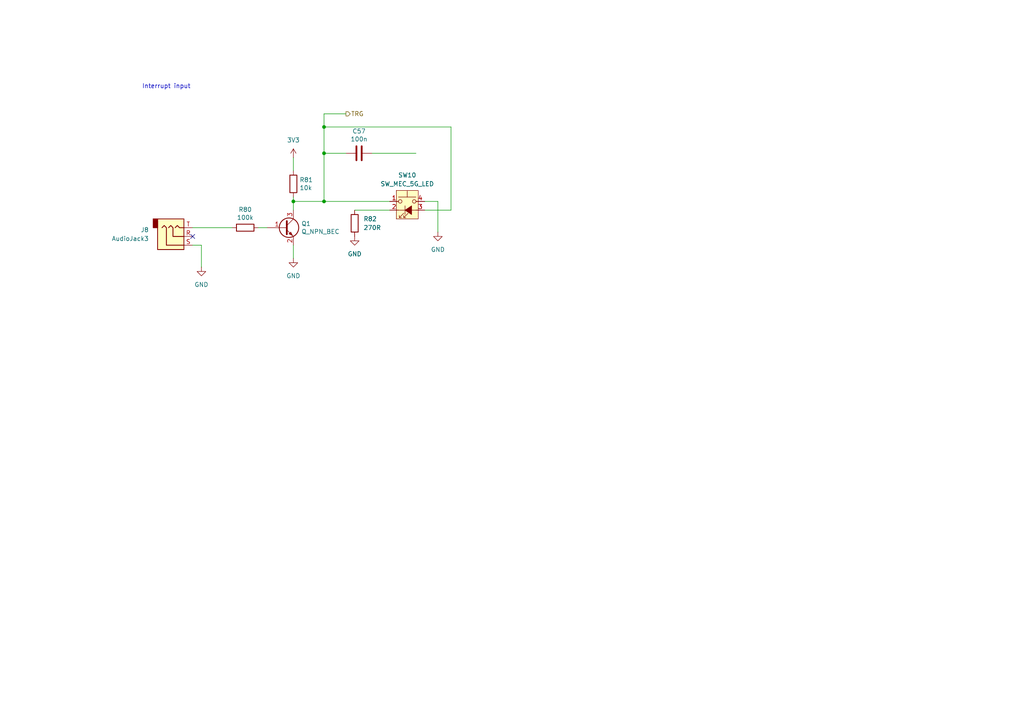
<source format=kicad_sch>
(kicad_sch (version 20231120) (generator "eeschema") (generator_version "8.0")
  (paper "A4")
  (lib_symbols
    (symbol "Connector_Audio:AudioJack3"
      (property "Reference" "J" (at 0 8.89 0))
      (property "Value" "AudioJack3" (at 0 6.35 0))
      (symbol "AudioJack3_0_1"
        (rectangle (start -5.08 -5.08) (end -6.35 -2.54) (stroke (width 0.254)) (fill (type outline)))
        (polyline (pts (xy 0 -2.54) (xy 0.635 -3.175) (xy 1.27 -2.54) (xy 2.54 -2.54)) (stroke (width 0.254)))
        (polyline (pts (xy -1.905 -2.54) (xy -1.27 -3.175) (xy -0.635 -2.54) (xy -0.635 0) (xy 2.54 0)) (stroke (width 0.254)))
        (polyline (pts (xy 2.54 2.54) (xy -2.54 2.54) (xy -2.54 -2.54) (xy -3.175 -3.175) (xy -3.81 -2.54)) (stroke (width 0.254)))
        (rectangle (start 2.54 3.81) (end -5.08 -5.08) (stroke (width 0.254)) (fill (type background)))
      )
      (symbol "AudioJack3_1_1"
        (pin passive line (at 5.08 0 180) (length 2.54) (name "~") (number "R"))
        (pin passive line (at 5.08 2.54 180) (length 2.54) (name "~") (number "S"))
        (pin passive line (at 5.08 -2.54 180) (length 2.54) (name "~") (number "T"))
      )
    )
    (symbol "Device:C" (pin_numbers hide) (pin_names (offset 0.254))
      (property "Reference" "C" (at 0.635 2.54 0))
      (property "Value" "C" (at 0.635 -2.54 0))
      (symbol "C_0_1"
        (polyline (pts (xy -2.032 -0.762) (xy 2.032 -0.762)) (stroke (width 0.508)))
        (polyline (pts (xy -2.032 0.762) (xy 2.032 0.762)) (stroke (width 0.508)))
      )
      (symbol "C_1_1"
        (pin passive line (at 0 3.81 270) (length 2.794) (name "~") (number "1"))
        (pin passive line (at 0 -3.81 90) (length 2.794) (name "~") (number "2"))
      )
    )
    (symbol "Device:Q_NPN_BEC" (pin_names (offset 0) hide)
      (property "Reference" "Q" (at 5.08 1.27 0))
      (property "Value" "Q_NPN_BEC" (at 5.08 -1.27 0))
      (symbol "Q_NPN_BEC_0_1"
        (polyline (pts (xy 0.635 0.635) (xy 2.54 2.54)))
        (polyline (pts (xy 0.635 -0.635) (xy 2.54 -2.54) (xy 2.54 -2.54)))
        (polyline (pts (xy 0.635 1.905) (xy 0.635 -1.905) (xy 0.635 -1.905)) (stroke (width 0.508)))
        (polyline (pts (xy 1.27 -1.778) (xy 1.778 -1.27) (xy 2.286 -2.286) (xy 1.27 -1.778) (xy 1.27 -1.778)) (fill (type outline)))
        (circle (center 1.27 0) (radius 2.8194) (stroke (width 0.254)))
      )
      (symbol "Q_NPN_BEC_1_1"
        (pin input line (at -5.08 0 0) (length 5.715) (name "B") (number "1"))
        (pin passive line (at 2.54 -5.08 90) (length 2.54) (name "E") (number "2"))
        (pin passive line (at 2.54 5.08 270) (length 2.54) (name "C") (number "3"))
      )
    )
    (symbol "Device:R" (pin_numbers hide) (pin_names (offset 0))
      (property "Reference" "R" (at 2.032 0 90))
      (property "Value" "R" (at 0 0 90))
      (symbol "R_0_1"
        (rectangle (start -1.016 -2.54) (end 1.016 2.54) (stroke (width 0.254)))
      )
      (symbol "R_1_1"
        (pin passive line (at 0 3.81 270) (length 1.27) (name "~") (number "1"))
        (pin passive line (at 0 -3.81 90) (length 1.27) (name "~") (number "2"))
      )
    )
    (symbol "Switch:SW_MEC_5G_LED" (pin_names (offset 1.016) hide)
      (property "Reference" "SW" (at 0 7.62 0))
      (property "Value" "SW_MEC_5G_LED" (at 0 -3.81 0))
      (symbol "SW_MEC_5G_LED_0_0"
        (polyline (pts (xy -2.54 0) (xy 2.54 0)))
        (polyline (pts (xy -2.286 -2.159) (xy -1.016 -0.889)))
        (polyline (pts (xy -1.016 -2.159) (xy 0.254 -0.889)))
        (polyline (pts (xy -0.635 1.27) (xy -0.635 -1.27)))
        (polyline (pts (xy -2.286 -1.524) (xy -2.286 -2.159) (xy -1.651 -2.159)))
        (polyline (pts (xy -1.016 -1.524) (xy -1.016 -2.159) (xy -0.381 -2.159)))
        (polyline (pts (xy -0.635 0) (xy 1.27 1.27) (xy 1.27 -1.27) (xy -0.635 0)) (fill (type outline)))
      )
      (symbol "SW_MEC_5G_LED_0_1"
        (circle (center -2.032 2.54) (radius 0.508))
        (polyline (pts (xy 0 3.81) (xy 0 5.588)))
        (polyline (pts (xy 2.54 3.81) (xy -2.54 3.81)))
        (circle (center 2.032 2.54) (radius 0.508))
        (pin passive line (at -5.08 2.54 0) (length 2.54) (name "1") (number "1"))
        (pin passive line (at -5.08 0 0) (length 2.54) (name "2") (number "2"))
        (pin passive line (at 5.08 0 180) (length 2.54) (name "K") (number "3"))
        (pin passive line (at 5.08 2.54 180) (length 2.54) (name "A") (number "4"))
      )
      (symbol "SW_MEC_5G_LED_1_1"
        (rectangle (start -3.175 5.715) (end 3.175 -2.54) (fill (type background)))
      )
    )
    (symbol "power:+3V3" (power) (pin_numbers hide) (pin_names (offset 0) hide)
      (property "Value" "+3V3" (at 0 3.556 0))
      (symbol "+3V3_0_1"
        (polyline (pts (xy -0.762 1.27) (xy 0 2.54)))
        (polyline (pts (xy 0 0) (xy 0 2.54)))
        (polyline (pts (xy 0 2.54) (xy 0.762 1.27)))
      )
      (symbol "+3V3_1_1"
        (pin power_in line (at 0 0 90) (length 0) (name "~") (number "1"))
      )
    )
    (symbol "power:GND" (power) (pin_numbers hide) (pin_names (offset 0) hide)
      (property "Value" "GND" (at 0 -3.81 0))
      (symbol "GND_0_1"
        (polyline (pts (xy 0 0) (xy 0 -1.27) (xy 1.27 -1.27) (xy 0 -2.54) (xy -1.27 -1.27) (xy 0 -1.27)))
      )
      (symbol "GND_1_1"
        (pin power_in line (at 0 0 270) (length 0) (name "~") (number "1"))
      )
    )
  )
  (junction (at 93.98 44.45))
  (junction (at 85.09 58.42))
  (junction (at 93.98 58.42))
  (junction (at 93.98 36.83))
  (no_connect (at 55.88 68.58))
  (wire (pts (xy 85.09 58.42) (xy 85.09 60.96)))
  (wire (pts (xy 93.98 33.02) (xy 93.98 36.83)))
  (wire (pts (xy 93.98 44.45) (xy 93.98 58.42)))
  (wire (pts (xy 120.65 44.45) (xy 107.95 44.45)))
  (wire (pts (xy 127 58.42) (xy 127 67.31)))
  (wire (pts (xy 85.09 57.15) (xy 85.09 58.42)))
  (wire (pts (xy 93.98 36.83) (xy 130.81 36.83)))
  (wire (pts (xy 130.81 36.83) (xy 130.81 60.96)))
  (wire (pts (xy 100.33 44.45) (xy 93.98 44.45)))
  (wire (pts (xy 85.09 45.72) (xy 85.09 49.53)))
  (wire (pts (xy 93.98 36.83) (xy 93.98 44.45)))
  (wire (pts (xy 123.19 58.42) (xy 127 58.42)))
  (wire (pts (xy 102.87 60.96) (xy 113.03 60.96)))
  (wire (pts (xy 123.19 60.96) (xy 130.81 60.96)))
  (wire (pts (xy 58.42 71.12) (xy 58.42 77.47)))
  (wire (pts (xy 67.31 66.04) (xy 55.88 66.04)))
  (wire (pts (xy 74.93 66.04) (xy 77.47 66.04)))
  (wire (pts (xy 85.09 71.12) (xy 85.09 74.93)))
  (wire (pts (xy 100.33 33.02) (xy 93.98 33.02)))
  (wire (pts (xy 85.09 58.42) (xy 93.98 58.42)))
  (wire (pts (xy 58.42 71.12) (xy 55.88 71.12)))
  (wire (pts (xy 93.98 58.42) (xy 113.03 58.42)))
  (text "Interrupt input" (at 48.26 25.146 0) (effects (font (size 1.27 1.27))))
  (hierarchical_label "TRG" (shape output) (at 100.33 33.02 0))
  (symbol (lib_id "power:GND") (at 58.42 77.47 0) (unit 1)
    (property "Reference" "#PWR0137" (effects (hide yes)))
    (property "Value" "GND" (at 58.42 82.55 0))
    (property "Description" "Power symbol creates a global label with name \"GND\" , ground" (effects (hide yes)))
    (instances (project "asynthosc" (path "" (reference "#PWR0137") (unit 1)) (path "" (reference "#PWR092") (unit 1))))
  )
  (symbol (lib_id "power:GND") (at 102.87 68.58 0) (unit 1)
    (property "Reference" "#PWR0140" (effects (hide yes)))
    (property "Value" "GND" (at 102.87 73.66 0))
    (property "Description" "Power symbol creates a global label with name \"GND\" , ground" (effects (hide yes)))
    (instances (project "asynthosc" (path "" (reference "#PWR0140") (unit 1)) (path "" (reference "#PWR0132") (unit 1))))
  )
  (symbol (lib_id "Switch:SW_MEC_5G_LED") (at 118.11 60.96 0) (unit 1)
    (property "Reference" "SW10" (at 118.11 50.8 0))
    (property "Value" "SW_MEC_5G_LED" (at 118.11 53.34 0))
    (property "Footprint" "asynthosc:TPB01-X0XLXX_SW_MEC_5G" (effects (hide yes)))
    (property "Datasheet" "http://www.apem.com/int/index.php?controller=attachment&id_attachment=488" (effects (hide yes)))
    (property "Description" "MEC 5G single pole normally-open illuminated tactile switch" (effects (hide yes)))
    (property "Manufacturer" "ROCPU" (effects (hide yes)))
    (property "RefNum" "TPB01-3016L6W" (effects (hide yes)))
    (instances (project "asynthosc" (path "" (reference "SW10") (unit 1)) (path "" (reference "SW7") (unit 1))))
  )
  (symbol (lib_id "Connector_Audio:AudioJack3") (at 50.8 68.58 0) (mirror x) (unit 1)
    (property "Reference" "J8" (at 43.18 66.6749 0) (effects (justify right)))
    (property "Value" "AudioJack3" (at 43.18 69.2149 0) (effects (justify right)))
    (property "Footprint" "asynthosc:Jack_3.5mm_3legs_XKB_PJ-3411_Vertical" (effects (hide yes)))
    (property "Description" "Audio Jack, 3 Poles (Stereo / TRS)" (effects (hide yes)))
    (property "Sim.Device" "V" (effects (hide yes)))
    (property "Sim.Type" "PULSE" (effects (hide yes)))
    (property "Sim.Pins" "S=- T=+" (effects (hide yes)))
    (property "Sim.Params" "y1=0 y2=12 td=0 tr=0 tf=0 tw=0.1 per=1" (effects (hide yes)))
    (property "Manufacturer" "XKB" (effects (hide yes)))
    (property "RefNum" "PJ-3411 " (effects (hide yes)))
    (instances (project "asynthosc" (path "" (reference "J8") (unit 1)) (path "" (reference "J5") (unit 1))))
  )
  (symbol (lib_id "Device:R") (at 71.12 66.04 270) (unit 1)
    (property "Reference" "R80" (at 71.12 60.7822 90))
    (property "Value" "100k" (at 71.12 63.0936 90))
    (property "Footprint" "Resistor_SMD:R_0402_1005Metric" (effects (hide yes)))
    (instances (project "asynthosc" (path "" (reference "R80") (unit 1)) (path "" (reference "R13") (unit 1))))
  )
  (symbol (lib_id "power:GND") (at 85.09 74.93 0) (unit 1)
    (property "Reference" "#PWR0139" (effects (hide yes)))
    (property "Value" "GND" (at 85.09 80.01 0))
    (property "Description" "Power symbol creates a global label with name \"GND\" , ground" (effects (hide yes)))
    (instances (project "asynthosc" (path "" (reference "#PWR0139") (unit 1)) (path "" (reference "#PWR031") (unit 1))))
  )
  (symbol (lib_id "power:+3V3") (at 85.09 45.72 0) (unit 1)
    (property "Reference" "#PWR0138" (effects (hide yes)))
    (property "Value" "3V3" (at 85.09 40.64 0))
    (property "Description" "Power symbol creates a global label with name \"+3V3\"" (effects (hide yes)))
    (instances (project "asynthosc" (path "" (reference "#PWR0138") (unit 1)) (path "" (reference "#PWR030") (unit 1))))
  )
  (symbol (lib_id "Device:R") (at 102.87 64.77 0) (unit 1)
    (property "Reference" "R82" (at 105.41 63.4999 0) (effects (justify left)))
    (property "Value" "270R" (at 105.41 66.0399 0) (effects (justify left)))
    (property "Footprint" "Resistor_SMD:R_0402_1005Metric" (effects (hide yes)))
    (property "Description" "Resistor" (effects (hide yes)))
    (instances (project "asynthosc" (path "" (reference "R82") (unit 1)) (path "" (reference "R76") (unit 1))))
  )
  (symbol (lib_id "power:GND") (at 127 67.31 0) (unit 1)
    (property "Reference" "#PWR0141" (effects (hide yes)))
    (property "Value" "GND" (at 127 72.39 0))
    (property "Description" "Power symbol creates a global label with name \"GND\" , ground" (effects (hide yes)))
    (instances (project "asynthosc" (path "" (reference "#PWR0141") (unit 1)) (path "" (reference "#PWR0130") (unit 1))))
  )
  (symbol (lib_id "Device:C") (at 104.14 44.45 270) (unit 1)
    (property "Reference" "C57" (at 104.14 38.0492 90))
    (property "Value" "100n" (at 104.14 40.3606 90))
    (property "Footprint" "Capacitor_SMD:C_0603_1608Metric" (effects (hide yes)))
    (property "RefNum" "_generic_" (effects (hide yes)))
    (instances (project "asynthosc" (path "" (reference "C57") (unit 1)) (path "" (reference "C10") (unit 1))))
  )
  (symbol (lib_id "Device:Q_NPN_BEC") (at 82.55 66.04 0) (unit 1)
    (property "Reference" "Q1" (at 87.4014 64.8716 0) (effects (justify left)))
    (property "Value" "Q_NPN_BEC" (at 87.4014 67.183 0) (effects (justify left)))
    (property "Footprint" "Package_TO_SOT_SMD:SOT-23" (effects (hide yes)))
    (property "Sim.Device" "NPN" (effects (hide yes)))
    (property "Sim.Type" "VBIC" (effects (hide yes)))
    (property "Sim.Pins" "1=B 2=E 3=C" (effects (hide yes)))
    (property "RefNum" " S8050-J3Y" (effects (hide yes)))
    (property "Manufacturer" "JSMSEMI" (effects (hide yes)))
    (instances (project "asynthosc" (path "" (reference "Q1") (unit 1)) (path "" (reference "Q2") (unit 1))))
  )
  (symbol (lib_id "Device:R") (at 85.09 53.34 180) (unit 1)
    (property "Reference" "R81" (at 86.868 52.1716 0) (effects (justify right)))
    (property "Value" "10k" (at 86.868 54.483 0) (effects (justify right)))
    (property "Footprint" "Resistor_SMD:R_0402_1005Metric" (effects (hide yes)))
    (instances (project "asynthosc" (path "" (reference "R81") (unit 1)) (path "" (reference "R14") (unit 1))))
  )
)
</source>
